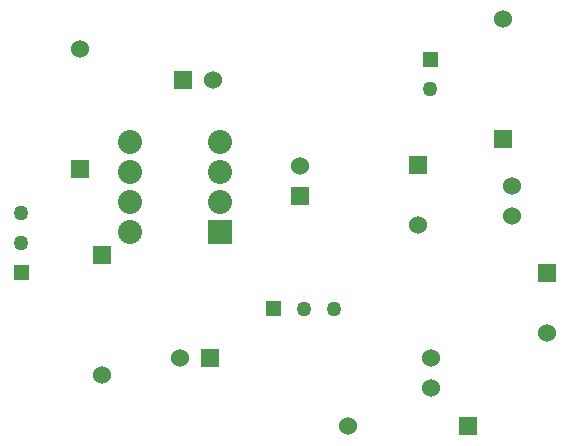
<source format=gbr>
G04 start of page 4 for group 2 idx 2 *
G04 Title: (unknown), signal2 *
G04 Creator: pcb-gtk 1.99z *
G04 CreationDate: Sat Jun  4 21:01:05 2016 UTC *
G04 For: khazakar *
G04 Format: Gerber/RS-274X *
G04 PCB-Dimensions (mm): 152.40 127.00 *
G04 PCB-Coordinate-Origin: lower left *
%MOMM*%
%FSLAX43Y43*%
%LNGROUP2*%
%ADD43C,0.889*%
%ADD42C,1.143*%
%ADD41C,1.016*%
%ADD40C,0.711*%
%ADD39C,2.000*%
%ADD38C,0.965*%
%ADD37C,0.762*%
%ADD36C,2.032*%
%ADD35C,1.524*%
%ADD34C,1.270*%
%ADD33C,0.002*%
G54D33*G36*
X26729Y100326D02*Y99056D01*
X27999D01*
Y100326D01*
X26729D01*
G37*
G54D34*X29904Y99691D03*
X32444D03*
G54D33*G36*
X49744Y103478D02*Y101954D01*
X51268D01*
Y103478D01*
X49744D01*
G37*
G54D35*X50506Y97636D03*
X40676Y95525D03*
Y92985D03*
G54D33*G36*
X43019Y90503D02*Y88979D01*
X44543D01*
Y90503D01*
X43019D01*
G37*
G54D35*X33621Y89741D03*
G54D33*G36*
X28813Y110034D02*Y108510D01*
X30337D01*
Y110034D01*
X28813D01*
G37*
G54D35*X39599Y106784D03*
X29575Y111812D03*
G54D33*G36*
X38837Y112626D02*Y111102D01*
X40361D01*
Y112626D01*
X38837D01*
G37*
G36*
X5343Y103369D02*Y102099D01*
X6613D01*
Y103369D01*
X5343D01*
G37*
G54D34*X5978Y105274D03*
Y107814D03*
G54D35*X46754Y124199D03*
X47506Y107532D03*
Y110072D03*
G54D33*G36*
X45992Y114801D02*Y113277D01*
X47516D01*
Y114801D01*
X45992D01*
G37*
G36*
X39980Y121475D02*Y120205D01*
X41250D01*
Y121475D01*
X39980D01*
G37*
G54D34*X40615Y118300D03*
G54D33*G36*
X21241Y96271D02*Y94747D01*
X22765D01*
Y96271D01*
X21241D01*
G37*
G54D35*X19463Y95509D03*
X12829Y94099D03*
G54D33*G36*
X18893Y119838D02*Y118314D01*
X20417D01*
Y119838D01*
X18893D01*
G37*
G54D35*X22195Y119076D03*
G54D36*X15240Y113792D03*
Y111252D03*
Y108712D03*
Y106172D03*
X22860Y108712D03*
Y111252D03*
G54D33*G36*
X12067Y105021D02*Y103497D01*
X13591D01*
Y105021D01*
X12067D01*
G37*
G36*
X10223Y112290D02*Y110766D01*
X11747D01*
Y112290D01*
X10223D01*
G37*
G54D35*X10985Y121688D03*
G54D33*G36*
X21844Y107188D02*Y105156D01*
X23876D01*
Y107188D01*
X21844D01*
G37*
G54D36*X22860Y113792D03*
G54D37*G54D38*G54D39*G54D38*G54D39*G54D37*G54D39*G54D38*G54D37*G54D39*G54D40*G54D38*G54D41*G54D38*G54D42*G54D43*M02*

</source>
